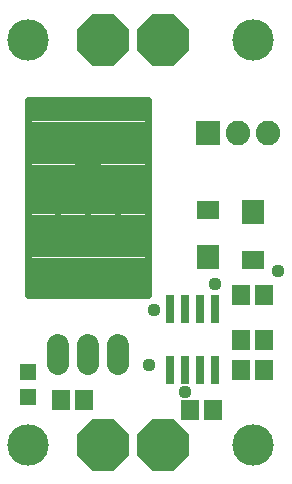
<source format=gts>
G75*
G70*
%OFA0B0*%
%FSLAX24Y24*%
%IPPOS*%
%LPD*%
%AMOC8*
5,1,8,0,0,1.08239X$1,22.5*
%
%ADD10C,0.0240*%
%ADD11R,0.0316X0.0946*%
%ADD12R,0.0592X0.0671*%
%ADD13R,0.0592X0.0710*%
%ADD14C,0.0740*%
%ADD15C,0.1380*%
%ADD16R,0.0741X0.0600*%
%ADD17R,0.0741X0.0808*%
%ADD18OC8,0.1720*%
%ADD19R,0.0552X0.0552*%
%ADD20R,0.0820X0.0820*%
%ADD21C,0.0820*%
%ADD22C,0.0440*%
D10*
X001661Y006601D02*
X005661Y006601D01*
X005661Y012601D01*
X005661Y013101D01*
X001661Y013101D01*
X001661Y012601D01*
X001661Y006601D01*
X001661Y006780D02*
X005661Y006780D01*
X005661Y007019D02*
X001661Y007019D01*
X001661Y007257D02*
X005661Y007257D01*
X005661Y007496D02*
X001661Y007496D01*
X001661Y007734D02*
X005661Y007734D01*
X005661Y007973D02*
X001661Y007973D01*
X001661Y008211D02*
X005661Y008211D01*
X005661Y008450D02*
X001661Y008450D01*
X001661Y008688D02*
X005661Y008688D01*
X005661Y008927D02*
X001661Y008927D01*
X001661Y009165D02*
X005661Y009165D01*
X005661Y009404D02*
X001661Y009404D01*
X001661Y009643D02*
X005661Y009643D01*
X005661Y009881D02*
X001661Y009881D01*
X001661Y010120D02*
X005661Y010120D01*
X005661Y010358D02*
X001661Y010358D01*
X001661Y010597D02*
X005661Y010597D01*
X005661Y010835D02*
X001661Y010835D01*
X001661Y011074D02*
X005661Y011074D01*
X005661Y011312D02*
X001661Y011312D01*
X001661Y011551D02*
X005661Y011551D01*
X005661Y011789D02*
X001661Y011789D01*
X001661Y012028D02*
X005661Y012028D01*
X005661Y012266D02*
X001661Y012266D01*
X001661Y012505D02*
X005661Y012505D01*
X005661Y012744D02*
X001661Y012744D01*
X001661Y012982D02*
X005661Y012982D01*
D11*
X006411Y006124D03*
X006911Y006124D03*
X007411Y006124D03*
X007911Y006124D03*
X007911Y004077D03*
X007411Y004077D03*
X006911Y004077D03*
X006411Y004077D03*
D12*
X007087Y002751D03*
X007835Y002751D03*
X008787Y005101D03*
X009535Y005101D03*
X009535Y006601D03*
X008787Y006601D03*
D13*
X008787Y004101D03*
X009535Y004101D03*
X003535Y003101D03*
X002787Y003101D03*
D14*
X002661Y004271D02*
X002661Y004931D01*
X003661Y004931D02*
X003661Y004271D01*
X004661Y004271D02*
X004661Y004931D01*
D15*
X001661Y001601D03*
X003661Y011501D03*
X001661Y015101D03*
X009161Y015101D03*
X009161Y001601D03*
D16*
X009161Y007766D03*
X007661Y009435D03*
D17*
X007661Y007865D03*
X009161Y009337D03*
D18*
X006161Y015101D03*
X004161Y015101D03*
X004161Y001601D03*
X006161Y001601D03*
D19*
X001661Y003187D03*
X001661Y004014D03*
D20*
X007661Y011981D03*
D21*
X008661Y011981D03*
X009661Y011981D03*
D22*
X010011Y007401D03*
X007911Y006951D03*
X005861Y006101D03*
X004661Y007101D03*
X004661Y007601D03*
X004661Y008101D03*
X004661Y008601D03*
X004661Y009101D03*
X004661Y009601D03*
X003661Y009101D03*
X003661Y008601D03*
X003661Y008101D03*
X003661Y007601D03*
X003661Y007101D03*
X002661Y007101D03*
X002661Y007601D03*
X002661Y008101D03*
X002661Y008601D03*
X002661Y009101D03*
X002661Y009601D03*
X005711Y004251D03*
X006911Y003351D03*
M02*

</source>
